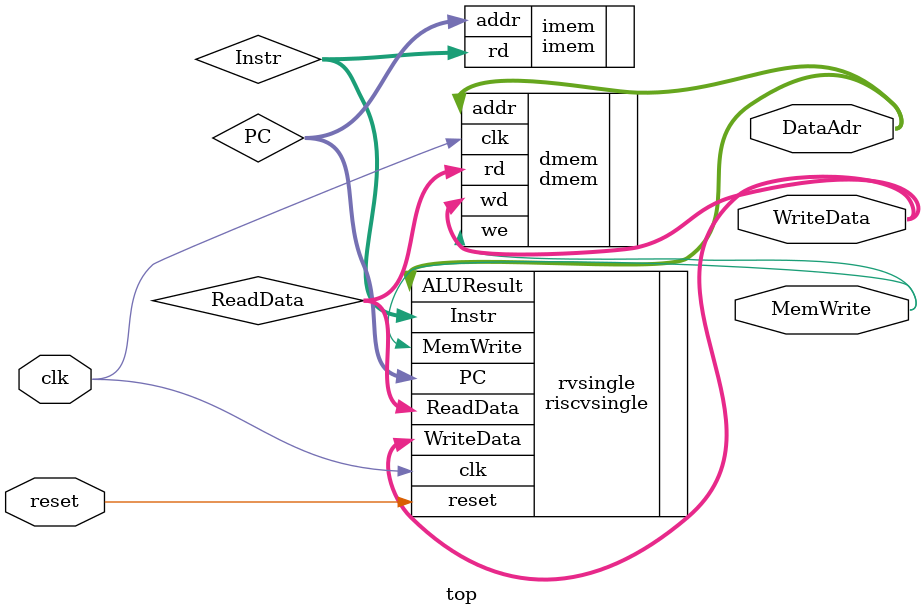
<source format=v>
`include "riscvsingle.v"
`include "imem.v"
`include "dmem.v"

module top(
    input wire clk, reset,
    output wire [31:0] WriteData, DataAdr,
    output wire MemWrite
);

    wire [31:0] PC, Instr, ReadData;

    // instantiate processor and memories
    riscvsingle rvsingle(
        .clk(clk), .reset(reset), .PC(PC), .Instr(Instr), .MemWrite(MemWrite),
        .ALUResult(DataAdr), .WriteData(WriteData), .ReadData(ReadData)
    );

    // instantiate memories
    imem imem(.addr(PC), .rd(Instr));

    dmem dmem(
        .clk(clk), .we(MemWrite), .addr(DataAdr), .wd(WriteData), 
        .rd(ReadData)
    );

endmodule

</source>
